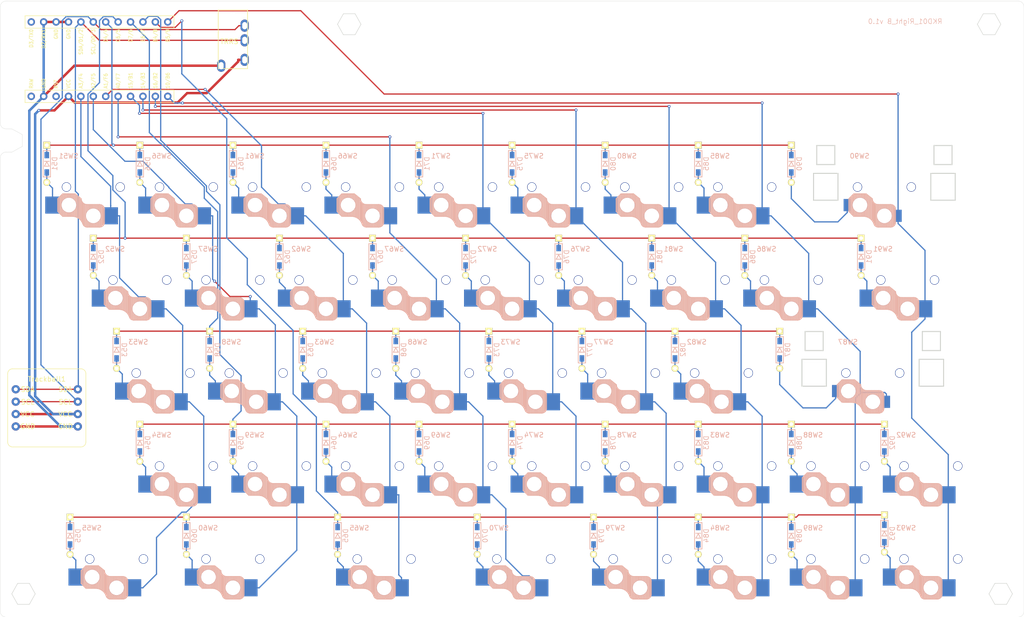
<source format=kicad_pcb>
(kicad_pcb (version 20240108) (generator "pcbnew") (generator_version "8.0")
  (layers (0 "F.Cu" signal) (31 "B.Cu" signal) (34 "B.Paste" user) (35 "F.Paste" user) (36 "B.SilkS" user "B.Silkscreen") (37 "F.SilkS" user "F.Silkscreen") (38 "B.Mask" user) (39 "F.Mask" user) (44 "Edge.Cuts" user))
  (net 0 "")
  (net 1 "Net-(D79-A)")
  (net 2 "Row0")
  (net 3 "Net-(D80-A)")
  (net 4 "Row2")
  (net 5 "Row3")
  (net 6 "Net-(D81-A)")
  (net 7 "Net-(D82-A)")
  (net 8 "Row4")
  (net 9 "Net-(D83-A)")
  (net 10 "Net-(D84-A)")
  (net 11 "Row1")
  (net 12 "Net-(D85-A)")
  (net 13 "Net-(D86-A)")
  (net 14 "Net-(D87-A)")
  (net 15 "Net-(D88-A)")
  (net 16 "Net-(D89-A)")
  (net 17 "Net-(D90-A)")
  (net 18 "Net-(D91-A)")
  (net 19 "Net-(D92-A)")
  (net 20 "Net-(D93-A)")
  (net 21 "Net-(D51-A)")
  (net 22 "Net-(D52-A)")
  (net 23 "Net-(D53-A)")
  (net 24 "Net-(D54-A)")
  (net 25 "Net-(D55-A)")
  (net 26 "Net-(D56-A)")
  (net 27 "Net-(D57-A)")
  (net 28 "Net-(D58-A)")
  (net 29 "Net-(D59-A)")
  (net 30 "Net-(D60-A)")
  (net 31 "Net-(D61-A)")
  (net 32 "Net-(D62-A)")
  (net 33 "Net-(D63-A)")
  (net 34 "Net-(D64-A)")
  (net 35 "Net-(D65-A)")
  (net 36 "Net-(D66-A)")
  (net 37 "Net-(D67-A)")
  (net 38 "Net-(D68-A)")
  (net 39 "Net-(D69-A)")
  (net 40 "Net-(D70-A)")
  (net 41 "Net-(D71-A)")
  (net 42 "Net-(D72-A)")
  (net 43 "Net-(D73-A)")
  (net 44 "Net-(D74-A)")
  (net 45 "Net-(D75-A)")
  (net 46 "Net-(D76-A)")
  (net 47 "SCL")
  (net 48 "VCC")
  (net 49 "GND")
  (net 50 "SDA")
  (net 51 "Col0")
  (net 52 "Col1")
  (net 53 "Col2")
  (net 54 "Col3")
  (net 55 "Col4")
  (net 56 "Col5")
  (net 57 "Col6")
  (net 58 "Col7")
  (net 59 "Col8")
  (net 63 "Net-(D77-A)")
  (net 64 "Net-(D78-A)")
  (footprint "kbd_SW:Choc_Hotswap_2u_Stab" (layer "F.Cu") (at 202.4063 57.15)
    (property "Reference" "SW90")
    (property "Value" "SW_Push" (hide yes))
    (fp_line (start -14.5 -2.8) (end -9.5 -2.8) (stroke (width 0.2)) (layer "Edge.Cuts"))
    (fp_line (start -14.5 2.7) (end -14.5 -2.8) (stroke (width 0.2)) (layer "Edge.Cuts"))
    (fp_line (start -13.85 -8.5) (end -10.15 -8.5) (stroke (width 0.2)) (layer "Edge.Cuts"))
    (fp_line (start -13.85 -4.6) (end -13.85 -8.5) (stroke (width 0.2)) (layer "Edge.Cuts"))
    (fp_line (start -10.15 -8.5) (end -10.15 -4.6) (stroke (width 0.2)) (layer "Edge.Cuts"))
    (fp_line (start -10.15 -4.6) (end -13.85 -4.6) (stroke (width 0.2)) (layer "Edge.Cuts"))
    (fp_line (start -9.5 -2.8) (end -9.5 2.7) (stroke (width 0.2)) (layer "Edge.Cuts"))
    (fp_line (start -9.5 2.7) (end -14.5 2.7) (stroke (width 0.2)) (layer "Edge.Cuts"))
    (fp_line (start 9.5 -2.8) (end 9.5 2.7) (stroke (width 0.2)) (layer "Edge.Cuts"))
    (fp_line (start 9.5 2.7) (end 14.5 2.7) (stroke (width 0.2)) (layer "Edge.Cuts"))
    (fp_line (start 10.15 -8.5) (end 10.15 -4.6) (stroke (width 0.2)) (layer "Edge.Cuts"))
    (fp_line (start 10.15 -4.6) (end 13.85 -4.6) (stroke (width 0.2)) (layer "Edge.Cuts"))
    (fp_line (start 13.85 -8.5) (end 10.15 -8.5) (stroke (width 0.2)) (layer "Edge.Cuts"))
    (fp_line (start 13.85 -8.5) (end 13.85 -4.6) (stroke (width 0.2)) (layer "Edge.Cuts"))
    (fp_line (start 14.5 -2.8) (end 9.5 -2.8) (stroke (width 0.2)) (layer "Edge.Cuts"))
    (fp_line (start 14.5 2.7) (end 14.5 -2.8) (stroke (width 0.2)) (layer "Edge.Cuts"))
  )
  (footprint "kbd_SW:Choc_Hotswap_1u" (layer "F.Cu") (at 97.6313 57.15)
    (property "Reference" "SW66")
    (property "Value" "SW_Push" (hide yes))
  )
  (footprint "kbd_SW:Choc_Hotswap_1u" (layer "F.Cu") (at 192.8813 133.35)
    (property "Reference" "SW89")
    (property "Value" "SW_Push" (hide yes))
  )
  (footprint "kbd_SW:Choc_Hotswap_1u" (layer "F.Cu") (at 207.1688 76.2)
    (property "Reference" "SW91")
    (property "Value" "SW_Push" (hide yes))
  )
  (footprint "kbd_Parts:Diode_TH_SMD" (layer "F.Cu") (at 164.3063 128.5875 -90)
    (property "Reference" "D84")
    (property "Value" "D" (hide yes))
  )
  (footprint "kbd_Parts:Diode_TH_SMD" (layer "F.Cu") (at 78.5813 71.4375 -90)
    (property "Reference" "D62")
    (property "Value" "D" (hide yes))
  )
  (footprint "kbd_Hole:m2_Spacer_Hole_hex" (layer "F.Cu") (at 223.8375 23.8125)
    (property "Reference" "M2")
    (property "Value" "Mark")
    (fp_line (start -2.4 0) (end -1.2 2.15) (stroke (width 0.1)) (layer "Edge.Cuts"))
    (fp_line (start -1.2 -2.15) (end -2.4 0) (stroke (width 0.1)) (layer "Edge.Cuts"))
    (fp_line (start -1.2 2.15) (end 1.2 2.15) (stroke (width 0.1)) (layer "Edge.Cuts"))
    (fp_line (start 1.2 -2.15) (end -1.2 -2.15) (stroke (width 0.1)) (layer "Edge.Cuts"))
    (fp_line (start 1.2 2.15) (end 2.4 0) (stroke (width 0.1)) (layer "Edge.Cuts"))
    (fp_line (start 2.4 0) (end 1.2 -2.15) (stroke (width 0.1)) (layer "Edge.Cuts"))
  )
  (footprint "kbd_Parts:Diode_TH_SMD" (layer "F.Cu") (at 126.2063 52.3875 -90)
    (property "Reference" "D75")
    (property "Value" "D" (hide yes))
  )
  (footprint "kbd_SW:Choc_Hotswap_1u" (layer "F.Cu") (at 173.8313 57.15)
    (property "Reference" "SW85")
    (property "Value" "SW_Push" (hide yes))
  )
  (footprint "kbd_Parts:Diode_TH_SMD" (layer "F.Cu") (at 116.6813 71.4375 -90)
    (property "Reference" "D72")
    (property "Value" "D" (hide yes))
  )
  (footprint "kbd_Parts:Diode_TH_SMD" (layer "F.Cu") (at 121.4438 90.4875 -90)
    (property "Reference" "D73")
    (property "Value" "D" (hide yes))
  )
  (footprint "kbd_SW:Choc_Hotswap_1u" (layer "F.Cu") (at 59.5313 57.15)
    (property "Reference" "SW56")
    (property "Value" "SW_Push" (hide yes))
  )
  (footprint "kbd_Parts:Diode_TH_SMD" (layer "F.Cu") (at 202.4063 109.5375 -90)
    (property "Reference" "D92")
    (property "Value" "D" (hide yes))
  )
  (footprint "kbd_SW:Choc_Hotswap_1u" (layer "F.Cu") (at 211.9313 114.3)
    (property "Reference" "SW92")
    (property "Value" "SW_Push" (hide yes))
  )
  (footprint "kbd_Parts:Diode_TH_SMD" (layer "F.Cu") (at 102.3938 90.4875 -90)
    (property "Reference" "D68")
    (property "Value" "D" (hide yes))
  )
  (footprint "kbd_SW:Choc_Hotswap_1u" (layer "F.Cu") (at 45.2438 133.35)
    (property "Reference" "SW55")
    (property "Value" "SW_Push" (hide yes))
  )
  (footprint "kbd_Parts:Diode_TH_SMD" (layer "F.Cu") (at 180.9751 90.4875 -90)
    (property "Reference" "D87")
    (property "Value" "D" (hide yes))
  )
  (footprint "kbd_SW:Choc_Hotswap_1u" (layer "F.Cu") (at 130.9688 95.25)
    (property "Reference" "SW73")
    (property "Value" "SW_Push" (hide yes))
  )
  (footprint "kbd_SW:Choc_Hotswap_1u" (layer "F.Cu") (at 50.0063 76.2)
    (property "Reference" "SW52")
    (property "Value" "SW_Push" (hide yes))
  )
  (footprint "kbd_SW:Choc_Hotswap_1u" (layer "F.Cu") (at 100.0126 133.35)
    (property "Reference" "SW65")
    (property "Value" "SW_Push" (hide yes))
  )
  (footprint "kbd_Parts:Diode_TH_SMD" (layer "F.Cu") (at 83.3438 90.4875 -90)
    (property "Reference" "D63")
    (property "Value" "D" (hide yes))
  )
  (footprint "kbd_SW:Choc_Hotswap_1u" (layer "F.Cu") (at 69.0563 76.2)
    (property "Reference" "SW57")
    (property "Value" "SW_Push" (hide yes))
  )
  (footprint "kbd_Parts:Diode_TH_SMD" (layer "F.Cu") (at 40.4813 71.4375 -90)
    (property "Reference" "D52")
    (property "Value" "D" (hide yes))
  )
  (footprint "kbd_SW:Choc_Hotswap_1u" (layer "F.Cu") (at 126.2063 76.2)
    (property "Reference" "SW72")
    (property "Value" "SW_Push" (hide yes))
  )
  (footprint "kbd_SW:Choc_Hotswap_1u" (layer "F.Cu") (at 78.5813 57.15)
    (property "Reference" "SW61")
    (property "Value" "SW_Push" (hide yes))
  )
  (footprint "kbd_SW:Choc_Hotswap_1u" (layer "F.Cu") (at 111.9188 95.25)
    (property "Reference" "SW68")
    (property "Value" "SW_Push" (hide yes))
  )
  (footprint "kbd_Parts:Diode_TH_SMD" (layer "F.Cu") (at 173.8313 71.4375 -90)
    (property "Reference" "D86")
    (property "Value" "D" (hide yes))
  )
  (footprint "kbd_Parts:Diode_TH_SMD" (layer "F.Cu") (at 50.0063 52.3875 -90)
    (property "Reference" "D56")
    (property "Value" "D" (hide yes))
  )
  (footprint "kbd_SW:Choc_Hotswap_1u" (layer "F.Cu") (at 116.6813 114.3)
    (property "Reference" "SW69")
    (property "Value" "SW_Push" (hide yes))
  )
  (footprint "kbd_SW:Choc_Hotswap_1u" (layer "F.Cu") (at 164.3063 76.2)
    (property "Reference" "SW81")
    (property "Value" "SW_Push" (hide yes))
  )
  (footprint "kbd_SW:Choc_Hotswap_1u" (layer "F.Cu") (at 54.7688 95.25)
    (property "Reference" "SW53")
    (property "Value" "SW_Push" (hide yes))
  )
  (footprint "kbd_Parts:Diode_TH_SMD" (layer "F.Cu") (at 107.1563 52.3875 -90)
    (property "Reference" "D71")
    (property "Value" "D" (hide yes))
  )
  (footprint "kbd_SW:Choc_Hotswap_1u" (layer "F.Cu") (at 150.0188 95.25)
    (property "Reference" "SW77")
    (property "Value" "SW_Push" (hide yes))
  )
  (footprint "kbd_SW:Choc_Hotswap_1u" (layer "F.Cu") (at 173.8313 114.3)
    (property "Reference" "SW83")
    (property "Value" "SW_Push" (hide yes))
  )
  (footprint "kbd_SW:Choc_Hotswap_1u" (layer "F.Cu") (at 135.7313 57.15)
    (property "Reference" "SW75")
    (property "Value" "SW_Push" (hide yes))
  )
  (footprint "kbd_Parts:Diode_TH_SMD" (layer "F.Cu") (at 90.4876 128.5875 -90)
    (property "Reference" "D65")
    (property "Value" "D" (hide yes))
  )
  (footprint "kbd_SW:Choc_Hotswap_1u" (layer "F.Cu") (at 59.5313 114.3)
    (property "Reference" "SW54")
    (property "Value" "SW_Push" (hide yes))
  )
  (footprint "kbd_SW:Choc_Hotswap_1u" (layer "F.Cu") (at 73.8188 95.25)
    (property "Reference" "SW58")
    (property "Value" "SW_Push" (hide yes))
  )
  (footprint "kbd_SW:Choc_Hotswap_1u" (layer "F.Cu") (at 211.9313 133.35)
    (property "Reference" "SW93")
    (property "Value" "SW_Push" (hide yes))
  )
  (footprint "kbd_Parts:Diode_TH_SMD" (layer "F.Cu") (at 64.2938 90.4875 -90)
    (property "Reference" "D58")
    (property "Value" "D" (hide yes))
  )
  (footprint "kbd_Parts:Diode_TH_SMD" (layer "F.Cu") (at 107.1563 109.5375 -90)
    (property "Reference" "D69")
    (property "Value" "D" (hide yes))
  )
  (footprint "kbd_Parts:Diode_TH_SMD" (layer "F.Cu") (at 30.9563 52.3875 -90)
    (property "Reference" "D51")
    (property "Value" "D" (hide yes))
  )
  (footprint "kbd_Parts:Diode_TH_SMD" (layer "F.Cu") (at 69.0563 52.3875 -90)
    (property "Reference" "D61")
    (property "Value" "D" (hide yes))
  )
  (footprint "kbd_Parts:Diode_TH_SMD" (layer "F.Cu") (at 154.7813 71.4375 -90)
    (property "Reference" "D81")
    (property "Value" "D" (hide yes))
  )
  (footprint "kbd_Parts:Diode_TH_SMD" (layer "F.Cu") (at 164.3063 109.5375 -90)
    (property "Reference" "D83")
    (property "Value" "D" (hide yes))
  )
  (footprint "kbd_SW:Choc_Hotswap_2u_Stab" (layer "F.Cu") (at 200.0251 95.25)
    (property "Reference" "SW87")
    (property "Value" "SW_Push" (hide yes))
    (fp_line (start -14.5 -2.8) (end -9.5 -2.8) (stroke (width 0.2)) (layer "Edge.Cuts"))
    (fp_line (start -14.5 2.7) (end -14.5 -2.8) (stroke (width 0.2)) (layer "Edge.Cuts"))
    (fp_line (start -13.85 -8.5) (end -10.15 -8.5) (stroke (width 0.2)) (layer "Edge.Cuts"))
    (fp_line (start -13.85 -4.6) (end -13.85 -8.5) (stroke (width 0.2)) (layer "Edge.Cuts"))
    (fp_line (start -10.15 -8.5) (end -10.15 -4.6) (stroke (width 0.2)) (layer "Edge.Cuts"))
    (fp_line (start -10.15 -4.6) (end -13.85 -4.6) (stroke (width 0.2)) (layer "Edge.Cuts"))
    (fp_line (start -9.5 -2.8) (end -9.5 2.7) (stroke (width 0.2)) (layer "Edge.Cuts"))
    (fp_line (start -9.5 2.7) (end -14.5 2.7) (stroke (width 0.2)) (layer "Edge.Cuts"))
    (fp_line (start 9.5 -2.8) (end 9.5 2.7) (stroke (width 0.2)) (layer "Edge.Cuts"))
    (fp_line (start 9.5 2.7) (end 14.5 2.7) (stroke (width 0.2)) (layer "Edge.Cuts"))
    (fp_line (start 10.15 -8.5) (end 10.15 -4.6) (stroke (width 0.2)) (layer "Edge.Cuts"))
    (fp_line (start 10.15 -4.6) (end 13.85 -4.6) (stroke (width 0.2)) (layer "Edge.Cuts"))
    (fp_line (start 13.85 -8.5) (end 10.15 -8.5) (stroke (width 0.2)) (layer "Edge.Cuts"))
    (fp_line (start 13.85 -8.5) (end 13.85 -4.6) (stroke (width 0.2)) (layer "Edge.Cuts"))
    (fp_line (start 14.5 -2.8) (end 9.5 -2.8) (stroke (width 0.2)) (layer "Edge.Cuts"))
    (fp_line (start 14.5 2.7) (end 14.5 -2.8) (stroke (width 0.2)) (layer "Edge.Cuts"))
  )
  (footprint "kbd_SW:Choc_Hotswap_1u" (layer "F.Cu") (at 92.8688 95.25)
    (property "Reference" "SW63")
    (property "Value" "SW_Push" (hide yes))
  )
  (footprint "kbd_Parts:Diode_TH_SMD" (layer "F.Cu") (at 135.7313 71.4375 -90)
    (property "Reference" "D76")
    (property "Value" "D" (hide yes))
  )
  (footprint "kbd_SW:Choc_Hotswap_1u" (layer "F.Cu") (at 154.7813 57.15)
    (property "Reference" "SW80")
    (property "Value" "SW_Push" (hide yes))
  )
  (footprint "kbd_SW:Choc_Hotswap_1u" (layer "F.Cu") (at 183.3563 76.2)
    (property "Reference" "SW86")
    (property "Value" "SW_Push" (hide yes))
  )
  (footprint "kbd_SW:Choc_Hotswap_1u" (layer "F.Cu") (at 107.1563 76.2)
    (property "Reference" "SW67")
    (property "Value" "SW_Push" (hide yes))
  )
  (footprint "kbd_Parts:Diode_TH_SMD" (layer "F.Cu") (at 97.6313 71.4375 -90)
    (property "Reference" "D67")
    (property "Value" "D" (hide yes))
  )
  (footprint "kbd_Parts:Diode_TH_SMD" (layer "F.Cu") (at 119.0626 128.5875 -90)
    (property "Reference" "D70")
    (property "Value" "D" (hide yes))
  )
  (footprint "kbd_Parts:Diode_TH_SMD" (layer "F.Cu") (at 197.6438 71.4375 -90)
    (property "Reference" "D91")
    (property "Value" "D" (hide yes))
  )
  (footprint "kbd_SW:Choc_Hotswap_1u" (layer "F.Cu") (at 145.2563 76.2)
    (property "Reference" "SW76")
    (property "Value" "SW_Push" (hide yes))
  )
  (footprint "kbd_Parts:Diode_TH_SMD" (layer "F.Cu") (at 59.5313 71.4375 -90)
    (property "Reference" "D57")
    (property "Value" "D" (hide yes))
  )
  (footprint "kbd_SW:Choc_Hotswap_1u" (layer "F.Cu") (at 40.4813 57.15)
    (property "Reference" "SW51")
    (property "Value" "SW_Push" (hide yes))
  )
  (footprint "kbd_SW:Choc_Hotswap_1u" (layer "F.Cu") (at 169.0688 95.25)
    (property "Reference" "SW82")
    (property "Value" "SW_Push" (hide yes))
  )
  (footprint "kbd_SW:Choc_Hotswap_1u" (layer "F.Cu") (at 78.5813 114.3)
    (property "Reference" "SW59")
    (property "Value" "SW_Push" (hide yes))
  )
  (footprint "kbd_Parts:Diode_TH_SMD" (layer "F.Cu") (at 140.4938 90.4875 -90)
    (property "Reference" "D77")
    (property "Value" "D" (hide yes))
  )
  (footprint "kbd_SW:Choc_Hotswap_1u" (layer "F.Cu") (at 116.6813 57.15)
    (property "Reference" "SW71")
    (property "Value" "SW_Push" (hide yes))
  )
  (footprint "kbd_SW:Choc_Hotswap_1u" (layer "F.Cu") (at 154.7813 114.3)
    (property "Reference" "SW78")
    (property "Value" "SW_Push" (hide yes))
  )
  (footprint "kbd_SW:Choc_Hotswap_1u" (layer "F.Cu") (at 135.7313 114.3)
    (property "Reference" "SW74")
    (property "Value" "SW_Push" (hide yes))
  )
  (footprint "kbd_Hole:m2_Screw_Hole" (layer "F.Cu") (at 83.34375 26.19375)
    (property "Reference" "M5")
    (property "Value" "Mark")
  )
  (footprint "kbd_SW:Choc_Hotswap_1u" (layer "F.Cu") (at 152.4001 133.35)
    (property "Reference" "SW79")
    (property "Value" "SW_Push" (hide yes))
  )
  (footprint "kbd_Hole:m2_Spacer_Hole_hex" (layer "F.Cu") (at 226.21875 140.4937)
    (property "Reference" "M4")
    (property "Value" "Mark")
    (fp_line (start -2.4 0) (end -1.2 2.15) (stroke (width 0.1)) (layer "Edge.Cuts"))
    (fp_line (start -1.2 -2.15) (end -2.4 0) (stroke (width 0.1)) (layer "Edge.Cuts"))
    (fp_line (start -1.2 2.15) (end 1.2 2.15) (stroke (width 0.1)) (layer "Edge.Cuts"))
    (fp_line (start 1.2 -2.15) (end -1.2 -2.15) (stroke (width 0.1)) (layer "Edge.Cuts"))
    (fp_line (start 1.2 2.15) (end 2.4 0) (stroke (width 0.1)) (layer "Edge.Cuts"))
    (fp_line (start 2.4 0) (end 1.2 -2.15) (stroke (width 0.1)) (layer "Edge.Cuts"))
  )
  (footprint "kbd_SW:Choc_Hotswap_1u" (layer "F.Cu") (at 173.8313 133.35)
    (property "Reference" "SW84")
    (property "Value" "SW_Push" (hide yes))
  )
  (footprint "kbd_Parts:Diode_TH_SMD" (layer "F.Cu") (at 183.3563 109.5375 -90)
    (property "Reference" "D88")
    (property "Value" "D" (hide yes))
  )
  (footprint "kicad:AZ1UBALL" (layer "F.Cu") (at 30.95625 102.39375)
    (property "Reference" "Trackball1")
    (property "Value" "az1uball")
  )
  (footprint "kbd_SW:Choc_Hotswap_1u" (layer "F.Cu") (at 88.1063 76.2)
    (property "Reference" "SW62")
    (property "Value" "SW_Push" (hide yes))
  )
  (footprint "kbd_SW:Choc_Hotswap_1u" (layer "F.Cu") (at 69.0563 133.35)
    (property "Reference" "SW60")
    (property "Value" "SW_Push" (hide yes))
  )
  (footprint "kbd_SW:Choc_Hotswap_1u" (layer "F.Cu") (at 192.8813 114.3)
    (property "Reference" "SW88")
    (property "Value" "SW_Push" (hide yes))
  )
  (footprint "kbd_Parts:Diode_TH_SMD" (layer "F.Cu") (at 88.1063 109.5375 -90)
    (property "Reference" "D64")
    (property "Value" "D" (hide yes))
  )
  (footprint "kbd_Parts:Diode_TH_SMD" (layer "F.Cu") (at 159.5438 90.4875 -90)
    (property "Reference" "D82")
    (property "Value" "D" (hide yes))
  )
  (footprint "kbd_Parts:Diode_TH_SMD" (layer "F.Cu") (at 69.0563 109.5375 -90)
    (property "Reference" "D59")
    (property "Value" "D" (hide yes))
  )
  (footprint "BrownSugar_KBD:TRRS_PJ-320A" (layer "F.Cu") (at 69.0563 20.8987)
    (property "Reference" "J2")
    (property "Value" "TRRS" (hide yes))
  )
  (footprint "kbd_Parts:Diode_TH_SMD" (layer "F.Cu") (at 183.3563 52.3875 -90)
    (property "Reference" "D90")
    (property "Value" "D" (hide yes))
  )
  (footprint "kbd_Parts:Diode_TH_SMD" (layer "F.Cu") (at 50.0063 109.5375 -90)
    (property "Reference" "D54")
    (property "Value" "D" (hide yes))
  )
  (footprint "kbd_SW:Choc_Hotswap_1u" (layer "F.Cu") (at 97.6313 114.3)
    (property "Reference" "SW64")
    (property "Value" "SW_Push" (hide yes))
  )
  (footprint "kbd_Parts:Diode_TH_SMD" (layer "F.Cu") (at 183.3563 128.5875 -90)
    (property "Reference" "D89")
    (property "Value" "D" (hide yes))
  )
  (footprint "kbd_Parts:Diode_TH_SMD" (layer "F.Cu") (at 145.2563 52.3875 -90)
    (property "Reference" "D80")
    (property "Value" "D" (hide yes))
  )
  (footprint "kbd_Parts:Diode_TH_SMD" (layer "F.Cu") (at 88.1063 52.3875 -90)
    (property "Reference" "D66")
    (property "Value" "D" (hide yes))
  )
  (footprint "kbd_Parts:Diode_TH_SMD" (layer "F.Cu") (at 45.2438 90.4875 -90)
    (property "Reference" "D53")
    (property "Value" "D" (hide yes))
  )
  (footprint "kbd_Parts:Diode_TH_SMD" (layer "F.Cu") (at 164.3063 52.3875 -90)
    (property "Reference" "D85")
    (property "Value" "D" (hide yes))
  )
  (footprint "kbd_Parts:Diode_TH_SMD" (layer "F.Cu") (at 59.5313 128.5875 -90)
    (property "Reference" "D60")
    (property "Value" "D" (hide yes))
  )
  (footprint "kbd_Parts:Diode_TH_SMD" (layer "F.Cu") (at 35.7188 128.5875 -90)
    (property "Reference" "D55")
    (property "Value" "D" (hide yes))
  )
  (footprint "kbd_Parts:Diode_TH_SMD" (layer "F.Cu") (at 142.8751 128.5875 -90)
    (property "Reference" "D79")
    (property "Value" "D" (hide yes))
  )
  (footprint "kbd_Hole:m2_Screw_Hole" (layer "F.Cu") (at 83.34375 35.71875)
    (property "Reference" "M6")
    (property "Value" "Mark")
  )
  (footprint "kbd_Hole:m2_Spacer_Hole_hex" (layer "F.Cu") (at 92.86875 23.8125)
    (property "Reference" "M1")
    (property "Value" "Mark")
    (fp_line (start -2.4 0) (end -1.2 2.15) (stroke (width 0.1)) (layer "Edge.Cuts"))
    (fp_line (start -1.2 -2.15) (end -2.4 0) (stroke (width 0.1)) (layer "Edge.Cuts"))
    (fp_line (start -1.2 2.15) (end 1.2 2.15) (stroke (width 0.1)) (layer "Edge.Cuts"))
    (fp_line (start 1.2 -2.15) (end -1.2 -2.15) (stroke (width 0.1)) (layer "Edge.Cuts"))
    (fp_line (start 1.2 2.15) (end 2.4 0) (stroke (width 0.1)) (layer "Edge.Cuts"))
    (fp_line (start 2.4 0) (end 1.2 -2.15) (stroke (width 0.1)) (layer "Edge.Cuts"))
  )
  (footprint "kbd_Hole:m2_Spacer_Hole_hex" (layer "F.Cu") (at 26.1938 140.4937)
    (property "Reference" "M3")
    (property "Value" "Mark")
    (fp_line (start -2.4 0) (end -1.2 2.15) (stroke (width 0.1)) (layer "Edge.Cuts"))
    (fp_line (start -1.2 -2.15) (end -2.4 0) (stroke (width 0.1)) (layer "Edge.Cuts"))
    (fp_line (start -1.2 2.15) (end 1.2 2.15) (stroke (width 0.1)) (layer "Edge.Cuts"))
    (fp_line (start 1.2 -2.15) (end -1.2 -2.15) (stroke (width 0.1)) (layer "Edge.Cuts"))
    (fp_line (start 1.2 2.15) (end 2.4 0) (stroke (width 0.1)) (layer "Edge.Cuts"))
    (fp_line (start 2.4 0) (end 1.2 -2.15) (stroke (width 0.1)) (layer "Edge.Cuts"))
  )
  (footprint "kbd_Parts:Diode_TH_SMD" (layer "F.Cu") (at 202.4063 128.1245 -90)
    (property "Reference" "D93")
    (property "Value" "D" (hide yes))
  )
  (footprint "kbd_SW:Choc_Hotswap_1u" (layer "F.Cu") (at 128.5876 133.35)
    (property "Reference" "SW70")
    (property "Value" "SW_Push" (hide yes))
  )
  (footprint "kbd_Parts:Diode_TH_SMD" (layer "F.Cu") (at 145.2563 109.5375 -90)
    (property "Reference" "D78")
    (property "Value" "D" (hide yes))
  )
  (footprint "kbd_Parts:Diode_TH_SMD" (layer "F.Cu") (at 126.2063 109.5375 -90)
    (property "Reference" "D74")
    (property "Value" "D" (hide yes))
  )
  (footprint "BrownSugar_KBD:ProMicro_r" (layer "F.Cu") (at 40.4813 30.9562 90)
    (property "Reference" "U2" (hide yes))
    (property "Value" "ProMicro" (hide yes))
  )
  (gr_line (start 229.790625 145.25625) (end 22.621875 145.25625) (stroke (width 0.05)) (layer "Edge.Cuts"))
  (gr_line (start 22.621875 45.24375) (end 23.8125 45.24375) (stroke (width 0.05)) (layer "Edge.Cuts"))
  (gr_line (start 25.9625 46.425) (end 25.9625 48.825) (stroke (width 0.05)) (layer "Edge.Cuts"))
  (gr_line (start 23.8125 45.24375) (end 25.9625 46.425) (stroke (width 0.05)) (layer "Edge.Cuts"))
  (gr_line (start 21.43125 144.065625) (end 21.43125 51.196875) (stroke (width 0.05)) (layer "Edge.Cuts"))
  (gr_line (start 230.98125 20.240625) (end 230.98125 144.065625) (stroke (width 0.05)) (layer "Edge.Cuts"))
  (gr_arc (start 229.790625 19.05) (mid 230.632524 19.398726) (end 230.98125 20.240625) (stroke (width 0.05)) (layer "Edge.Cuts"))
  (gr_line (start 229.790625 19.05) (end 22.621875 19.05005) (stroke (width 0.05)) (layer "Edge.Cuts"))
  (gr_line (start 21.4312 20.240625) (end 21.43125 44.053125) (stroke (width 0.05)) (layer "Edge.Cuts"))
  (gr_arc (start 21.4313 20.240625) (mid 21.780011 19.398761) (end 22.621875 19.05005) (stroke (width 0.05)) (layer "Edge.Cuts"))
  (gr_line (start 25.9625 48.825) (end 23.8125 50.00625) (stroke (width 0.05)) (layer "Edge.Cuts"))
  (gr_arc (start 230.98125 144.065625) (mid 230.632524 144.907524) (end 229.790625 145.25625) (stroke (width 0.05)) (layer "Edge.Cuts"))
  (gr_line (start 23.8125 50.00625) (end 22.621875 50.00625) (stroke (width 0.05)) (layer "Edge.Cuts"))
  (gr_arc (start 22.621875 45.24375) (mid 21.779976 44.895024) (end 21.43125 44.053125) (stroke (width 0.05)) (layer "Edge.Cuts"))
  (gr_arc (start 22.621875 145.25625) (mid 21.779976 144.907524) (end 21.43125 144.065625) (stroke (width 0.05)) (layer "Edge.Cuts"))
  (gr_arc (start 21.43125 51.196875) (mid 21.779976 50.354976) (end 22.621875 50.00625) (stroke (width 0.05)) (layer "Edge.Cuts"))
  (gr_text "RKD01_Right_B v1.0" (at 214.3125 23.8125 0) (layer "B.SilkS") (effects (font (size 1 1) (thickness 0.1)) (justify left bottom mirror)))
  (segment (start 142.8751 130.3625) (end 142.8751 132.3975) (width 0.25) (layer "B.Cu") (net 1))
  (segment (start 142.8751 133.7983) (end 144.0501 134.9733) (width 0.25) (layer "B.Cu") (net 1))
  (segment (start 144.0501 137.05) (end 144.0501 134.9733) (width 0.25) (layer "B.Cu") (net 1))
  (segment (start 142.8751 132.3975) (end 142.8751 133.7983) (width 0.25) (layer "B.Cu") (net 1))
  (segment (start 164.3063 48.5775) (end 145.2563 48.5775) (width 0.25) (layer "F.Cu") (net 2))
  (segment (start 44.5938 48.5775) (end 50.0063 48.5775) (width 0.25) (layer "F.Cu") (net 2))
  (segment (start 145.2563 48.5775) (end 126.2063 48.5775) (width 0.25) (layer "F.Cu") (net 2))
  (segment (start 88.1063 48.5775) (end 69.0563 48.5775) (width 0.25) (layer "F.Cu") (net 2))
  (segment (start 69.0563 48.5775) (end 50.0063 48.5775) (width 0.25) (layer "F.Cu") (net 2))
  (segment (start 88.1063 48.5775) (end 107.1563 48.5775) (width 0.25) (layer "F.Cu") (net 2))
  (segment (start 30.9563 48.5775) (end 44.5938 48.5775) (width 0.25) (layer "F.Cu") (net 2))
  (segment (start 164.3063 48.5775) (end 183.3563 48.5775) (width 0.25) (layer "F.Cu") (net 2))
  (segment (start 107.1563 48.5775) (end 126.2063 48.5775) (width 0.25) (layer "F.Cu") (net 2))
  (via (at 44.5938 48.5775) (size 0.6) (drill 0.3) (layers "F.Cu" "B.Cu") (net 2))
  (segment (start 44.2913 48.275) (end 44.2913 24.6062) (width 0.25) (layer "B.Cu") (net 2))
  (segment (start 44.2913 24.6062) (end 43.0213 23.3362) (width 0.25) (layer "B.Cu") (net 2))
  (segment (start 69.0563 48.5775) (end 69.0563 50.6125) (width 0.25) (layer "B.Cu") (net 2))
  (segment (start 107.1563 48.5775) (end 107.1563 50.6125) (width 0.25) (layer "B.Cu") (net 2))
  (segment (start 50.0063 48.5775) (end 50.0063 50.6125) (width 0.25) (layer "B.Cu") (net 2))
  (segment (start 145.2563 48.5775) (end 145.2563 50.6125) (width 0.25) (layer "B.Cu") (net 2))
  (segment (start 30.9563 48.5775) (end 30.9563 50.6125) (width 0.25) (layer "B.Cu") (net 2))
  (segment (start 164.3063 48.5775) (end 164.3063 50.6125) (width 0.25) (layer "B.Cu") (net 2))
  (segment (start 44.5938 48.5775) (end 44.2913 48.275) (width 0.25) (layer "B.Cu") (net 2))
  (segment (start 183.3563 48.5775) (end 183.3563 50.6125) (width 0.25) (layer "B.Cu") (net 2))
  (segment (start 88.1063 48.5775) (end 88.1063 50.6125) (width 0.25) (layer "B.Cu") (net 2))
  (segment (start 126.2063 48.5775) (end 126.2063 50.6125) (width 0.25) (layer "B.Cu") (net 2))
  (segment (start 145.2563 54.1625) (end 145.2563 56.1975) (width 0.25) (layer "B.Cu") (net 3))
  (segment (start 145.2563 57.5983) (end 146.4313 58.7733) (width 0.25) (layer "B.Cu") (net 3))
  (segment (start 145.2563 56.1975) (end 145.2563 57.5983) (width 0.25) (layer "B.Cu") (net 3))
  (segment (start 146.4313 60.85) (end 146.4313 58.7733) (width 0.25) (layer "B.Cu") (net 3))
  (segment (start 140.4938 86.6775) (end 121.4438 86.6775) (width 0.25) (layer "F.Cu") (net 4))
  (segment (start 83.3438 86.6775) (end 102.3938 86.6775) (width 0.25) (layer "F.Cu") (net 4))
  (segment (start 45.2438 86.6775) (end 64.2938 86.6775) (width 0.25) (layer "F.Cu") (net 4))
  (segment (start 180.9751 86.6775) (end 159.5438 86.6775) (width 0.25) (layer "F.Cu") (net 4))
  (segment (start 64.2938 86.6775) (end 83.3438 86.6775) (width 0.25) (layer "F.Cu") (net 4))
  (segment (start 102.3938 86.6775) (end 121.4438 86.6775) (width 0.25) (layer "F.Cu") (net 4))
  (segment (start 159.5438 86.6775) (end 140.4938 86.6775) (width 0.25) (layer "F.Cu") (net 4))
  (segment (start 54.27 48.1921) (end 63.2006 57.1227) (width 0.25) (layer "B.Cu") (net 4))
  (segment (start 83.3438 86.6775) (end 83.3438 88.7125) (width 0.25) (layer "B.Cu") (net 4))
  (segment (start 54.1575 48.1921) (end 54.27 48.1921) (width 0.25) (layer "B.Cu") (net 4))
  (segment (start 102.3938 86.6775) (end 102.3938 88.7125) (width 0.25) (layer "B.Cu") (net 4))
  (segment (start 51.955 45.9896) (end 54.1575 48.1921) (width 0.25) (layer "B.Cu") (net 4))
  (segment (start 140.4938 86.6775) (end 140.4938 88.7125) (width 0.25) (layer "B.Cu") (net 4))
  (segment (start 64.2938 86.6775) (end 64.2938 85.6523) (width 0.25) (layer "B.Cu") (net 4))
  (segment (start 159.5438 86.6775) (end 159.5438 88.7125) (width 0.25) (layer "B.Cu") (net 4))
  (segment (start 180.9751 86.6775) (end 180.9751 88.7125) (width 0.25) (layer "B.Cu") (net 4))
  (segment (start 51.955 27.1899) (end 51.955 45.9896) (width 0.25) (layer "B.Cu") (net 4))
  (segment (start 64.2938 86.6775) (end 64.2938 88.7125) (width 0.25) (layer "B.Cu") (net 4))
  (segment (start 121.4438 86.6775) (end 121.4438 88.7125) (width 0.25) (layer "B.Cu") (net 4))
  (segment (start 63.2006 59.4572) (end 65.9345 62.1911) (width 0.25) (layer "B.Cu") (net 4))
  (segment (start 63.2006 57.1227) (end 63.2006 59.4572) (width 0.25) (layer "B.Cu") (net 4))
  (segment (start 45.2438 86.6775) (end 45.2438 88.7125) (width 0.25) (layer "B.Cu") (net 4))
  (segment (start 65.9345 84.0116) (end 64.2938 85.6523) (width 0.25) (layer "B.Cu") (net 4))
  (segment (start 65.9345 62.1911) (end 65.9345 84.0116) (width 0.25) (layer "B.Cu") (net 4))
  (segment (start 48.1013 23.3362) (end 51.955 27.1899) (width 0.25) (layer "B.Cu") (net 4))
  (segment (start 126.2063 105.7275) (end 107.1563 105.7275) (width 0.25) (layer "F.Cu") (net 5))
  (segment (start 183.3563 105.7275) (end 202.4063 105.7275) (width 0.25) (layer "F.Cu") (net 5))
  (segment (start 50.0063 105.7275) (end 69.0563 105.7275) (width 0.25) (layer "F.Cu") (net 5))
  (segment (start 69.0563 105.7275) (end 88.1063 105.7275) (width 0.25) (layer "F.Cu") (net 5))
  (segment (start 164.3063 105.7275) (end 183.3563 105.7275) (width 0.25) (layer "F.Cu") (net 5))
  (segment (start 145.2563 105.7275) (end 126.2063 105.7275) (width 0.25) (layer "F.Cu") (net 5))
  (segment (start 88.1063 105.7275) (end 107.1563 105.7275) (width 0.25) (layer "F.Cu") (net 5))
  (segment (start 164.3063 105.7275) (end 145.2563 105.7275) (width 0.25) (layer "F.Cu") (net 5))
  (segment (start 70.7275 95.8005) (end 66.3891 91.4621) (width 0.25) (layer "B.Cu") (net 5))
  (segment (start 63.6523 56.9356) (end 54.2716 47.5549) (width 0.25) (layer "B.Cu") (net 5))
  (segment (start 202.4063 105.7275) (end 202.4063 107.7625) (width 0.25) (layer "B.Cu") (net 5))
  (segment (start 53.5821 22.1643) (end 51.8132 22.1643) (width 0.25) (layer "B.Cu") (net 5))
  (segment (start 54.2716 47.5549) (end 54.2715 47.5549) (width 0.25) (layer "B.Cu") (net 5))
  (segment (start 183.3563 105.7275) (end 183.3563 107.7625) (width 0.25) (layer "B.Cu") (net 5))
  (segment (start 63.6523 58.0395) (end 63.6523 56.9356) (width 0.25) (layer "B.Cu") (net 5))
  (segment (start 69.0563 105.7275) (end 69.0563 107.7625) (width 0.25) (layer "B.Cu") (net 5))
  (segment (start 66.3891 60.7763) (end 63.6523 58.0395) (width 0.25) (layer "B.Cu") (net 5))
  (segment (start 107.1563 105.7275) (end 107.1563 107.7625) (width 0.25) (layer "B.Cu") (net 5))
  (segment (start 51.8132 22.1643) (end 50.6413 23.3362) (width 0.25) (layer "B.Cu") (net 5))
  (segment (start 69.0563 104.7023) (end 70.7275 103.0311) (width 0.25) (layer "B.Cu") (net 5))
  (segment (start 69.0563 105.7275) (end 69.0563 104.7023) (width 0.25) (layer "B.Cu") (net 5))
  (segment (start 66.3891 91.4621) (end 66.3891 60.7763) (width 0.25) (layer "B.Cu") (net 5))
  (segment (start 54.2715 47.5549) (end 54.2715 22.8537) (width 0.25) (layer "B.Cu") (net 5))
  (segment (start 54.2715 22.8537) (end 53.5821 22.1643) (width 0.25) (layer "B.Cu") (net 5))
  (segment (start 164.3063 105.7275) (end 164.3063 107.7625) (width 0.25) (layer "B.Cu") (net 5))
  (segment (start 50.0063 105.7275) (end 50.0063 107.7625) (width 0.25) (layer "B.Cu") (net 5))
  (segment (start 88.1063 105.7275) (end 88.1063 107.7625) (width 0.25) (layer "B.Cu") (net 5))
  (segment (start 126.2063 105.7275) (end 126.2063 107.7625) (width 0.25) (layer "B.Cu") (net 5))
  (segment (start 70.7275 103.0311) (end 70.7275 95.8005) (width 0.25) (layer "B.Cu") (net 5))
  (segment (start 145.2563 105.7275) (end 145.2563 107.7625) (width 0.25) (layer "B.Cu") (net 5))
  (segment (start 154.7813 73.2125) (end 154.7813 75.2475) (width 0.25) (layer "B.Cu") (net 6))
  (segment (start 155.9563 76.4225) (end 155.9563 79.9) (width 0.25) (layer "B.Cu") (net 6))
  (segment (start 154.7813 75.2475) (end 155.9563 76.4225) (width 0.25) (layer "B.Cu") (net 6))
  (segment (start 159.5438 92.2625) (end 159.5438 94.2975) (width 0.25) (layer "B.Cu") (net 7))
  (segment (start 160.7188 95.4725) (end 160.7188 98.95) (width 0.25) (layer "B.Cu") (net 7))
  (segment (start 159.5438 94.2975) (end 160.7188 95.4725) (width 0.25) (layer "B.Cu") (net 7))
  (segment (start 183.3563 124.7775) (end 164.3063 124.7775) (width 0.25) (layer "F.Cu") (net 8))
  (segment (start 119.0626 124.7775) (end 142.8751 124.7775) (width 0.25) (layer "F.Cu") (net 8))
  (segment (start 202.4063 124.3145) (end 184.8445 124.3145) (width 0.25) (layer "F.Cu") (net 8))
  (segment (start 58.5947 23.1061) (end 57.2521 24.4487) (width 0.25) (layer "F.Cu") (net 8))
  (segment (start 54.2938 24.4487) (end 53.1813 23.3362) (width 0.25) (layer "F.Cu") (net 8))
  (segment (start 59.5313 124.7775) (end 90.4876 124.7775) (width 0.25) (layer "F.Cu") (net 8))
  (segment (start 183.8689 124.7775) (end 183.3563 124.7775) (width 0.25) (layer "F.Cu") (net 8))
  (segment (start 184.8445 124.3145) (end 184.3815 124.7775) (width 0.25) (layer "F.Cu") (net 8))
  (segment (start 57.2521 24.4487) (end 54.2938 24.4487) (width 0.25) (layer "F.Cu") (net 8))
  (segment (start 183.8689 124.7775) (end 184.3815 124.7775) (width 0.25) (layer "F.Cu") (net 8))
  (segment (start 90.4876 124.7775) (end 119.0626 124.7775) (width 0.25) (layer "F.Cu") (net 8))
  (segment (start 142.8751 124.7775) (end 164.3063 124.7775) (width 0.25) (layer "F.Cu") (net 8))
  (segment (start 35.7188 124.7775) (end 59.5313 124.7775) (width 0.25) (layer "F.Cu") (net 8))
  (via (at 58.5947 23.1061) (size 0.6) (drill 0.3) (layers "F.Cu" "B.Cu") (net 8))
  (segment (start 86.1439 119.4086) (end 86.1439 104.2872) (width 0.25) (layer "B.Cu") (net 8))
  (segment (start 90.4876 124.7775) (end 90.4876 123.7523) (width 0.25) (layer "B.Cu") (net 8))
  (segment (start 183.3563 124.7775) (end 183.3563 126.8125) (width 0.25) (layer "B.Cu") (net 8))
  (segment (start 72 77.1613) (end 72 71.7938) (width 0.25) (layer "B.Cu") (net 8))
  (segment (start 81.3814 99.5247) (end 81.3814 86.5427) (width 0.25) (layer "B.Cu") (net 8))
  (segment (start 67.7934 43.1612) (end 58.5947 33.9625) (width 0.25) (layer "B.Cu") (net 8))
  (segment (start 202.4063 124.3145) (end 202.4063 126.3495) (width 0.25) (layer "B.Cu") (net 8))
  (segment (start 59.5313 124.7775) (end 59.5313 126.8125) (width 0.25) (layer "B.Cu") (net 8))
  (segment (start 58.5947 33.9625) (end 58.5947 23.1061) (width 0.25) (layer "B.Cu") (net 8))
  (segment (start 72 71.7938) (end 67.7934 67.5872) (width 0.25) (layer "B.Cu") (net 8))
  (segment (start 119.0626 124.7775) (end 119.0626 126.8125) (width 0.25) (layer "B.Cu") (net 8))
  (segment (start 67.7934 67.5872) (end 67.7934 43.1612) (width 0.25) (layer "B.Cu") (net 8))
  (segment (start 164.3063 124.7775) (end 164.3063 126.8125) (width 0.25) (layer "B.Cu") (net 8))
  (segment (start 90.4876 124.7775) (end 90.4876 126.8125) (width 0.25) (layer "B.Cu") (net 8))
  (segment (start 142.8751 124.7775) (end 142.8751 126.8125) (width 0.25) (layer "B.Cu") (net 8))
  (segment (start 86.1439 104.2872) (end 81.3814 99.5247) (width 0.25) (layer "B.Cu") (net 8))
  (segment (start 90.4876 123.7523) (end 86.1439 119.4086) (width 0.25) (layer "B.Cu") (net 8))
  (segment (start 81.3814 86.5427) (end 72 77.1613) (width 0.25) (layer "B.Cu") (net 8))
  (segment (start 35.7188 124.7775) (end 35.7188 126.8125) (width 0.25) (layer "B.Cu") (net 8))
  (segment (start 165.4813 114.5225) (end 165.4813 118) (width 0.25) (layer "B.Cu") (net 9))
  (segment (start 164.3063 113.3475) (end 165.4813 114.5225) (width 0.25) (layer "B.Cu") (net 9))
  (segment (start 164.3063 111.3125) (end 164.3063 113.3475) (width 0.25) (layer "B.Cu") (net 9))
  (segment (start 164.3063 130.3625) (end 164.3063 132.3975) (width 0.25) (layer "B.Cu") (net 10))
  (segment (start 164.3063 133.7983) (end 165.4813 134.9733) (width 0.25) (layer "B.Cu") (net 10))
  (segment (start 165.4813 137.05) (end 165.4813 134.9733) (width 0.25) (layer "B.Cu") (net 10))
  (segment (start 164.3063 132.3975) (end 164.3063 133.7983) (width 0.25) (layer "B.Cu") (net 10))
  (segment (start 59.5313 67.6275) (end 78.5813 67.6275) (width 0.25) (layer "F.Cu") (net 11))
  (segment (start 154.7813 67.6275) (end 135.7313 67.6275) (width 0.25) (layer "F.Cu") (net 11))
  (segment (start 116.6813 67.6275) (end 97.6313 67.6275) (width 0.25) (layer "F.Cu") (net 11))
  (segment (start 46.9884 67.6275) (end 59.5313 67.6275) (width 0.25) (layer "F.Cu") (net 11))
  (segment (start 40.4813 67.6275) (end 46.9884 67.6275) (width 0.25) (layer "F.Cu") (net 11))
  (segment (start 154.7813 67.6275) (end 173.8313 67.6275) (width 0.25) (layer "F.Cu") (net 11))
  (segment (start 135.7313 67.6275) (end 116.6813 67.6275) (width 0.25) (layer "F.Cu") (net 11))
  (segment (start 97.6313 67.6275) (end 78.5813 67.6275) (width 0.25) (layer "F.Cu") (net 11))
  (segment (start 197.6438 67.6275) (end 173.8313 67.6275) (width 0.25) (layer "F.Cu") (net 11))
  (via (at 46.9884 67.6275) (size 0.6) (drill 0.3) (layers "F.Cu" "B.Cu") (net 11))
  (segment (start 44.4815 57.7502) (end 46.9884 60.2571) (width 0.25) (layer "B.Cu") (net 11))
  (segment (start 44.4815 54.8086) (end 44.4815 57.7502) (width 0.25) (layer "B.Cu") (net 11))
  (segment (start 197.6438 67.6275) (end 197.6438 69.6625) (width 0.25) (layer "B.Cu") (net 11))
  (segment (start 44.4579 22.2328) (end 42.5574 22.2328) (width 0.25) (layer "B.Cu") (net 11))
  (segment (start 154.7813 67.6275) (end 154.7813 69.6625) (width 0.25) (layer "B.Cu") (net 11))
  (segment (start 97.6313 67.6275) (end 97.6313 69.6625) (width 0.25) (layer "B.Cu") (net 11))
  (segment (start 39.3926 38.1252) (end 39.3926 49.7197) (width 0.25) (layer "B.Cu") (net 11))
  (segment (start 45.5613 23.3362) (end 44.4579 22.2328) (width 0.25) (layer "B.Cu") (net 11))
  (segment (start 59.5313 67.6275) (end 59.5313 69.6625) (width 0.25) (layer "B.Cu") (net 11))
  (segment (start 116.6813 67.6275) (end 116.6813 69.6625) (width 0.25) (layer "B.Cu") (net 11))
  (segment (start 39.3926 49.7197) (end 44.4815 54.8086) (width 0.25) (layer "B.Cu") (net 11))
  (segment (start 173.8313 67.6275) (end 173.8313 69.6625) (width 0.25) (layer "B.Cu") (net 11))
  (segment (start 78.5813 67.6275) (end 78.5813 69.6625) (width 0.25) (layer "B.Cu") (net 11))
  (segment (start 41.7513 23.0389) (end 41.7513 35.7665) (width 0.25) (layer "B.Cu") (net 11))
  (segment (start 42.5574 22.2328) (end 41.7513 23.0389) (width 0.25) (layer "B.Cu") (net 11))
  (segment (start 46.9884 60.2571) (end 46.9884 67.6275) (width 0.25) (layer "B.Cu") (net 11))
  (segment (start 41.7513 35.7665) (end 39.3926 38.1252) (width 0.25) (layer "B.Cu") (net 11))
  (segment (start 135.7313 67.6275) (end 135.7313 69.6625) (width 0.25) (layer "B.Cu") (net 11))
  (segment (start 40.4813 67.6275) (end 40.4813 68.6858) (width 0.25) (layer "B.Cu") (net 11))
  (segment (start 40.4813 69.6625) (end 40.4813 68.6858) (width 0.25) (layer "B.Cu") (net 11))
  (segment (start 164.3063 54.1625) (end 164.3063 56.1975) (width 0.25) (layer "B.Cu") (net 12))
  (segment (start 164.3063 56.1975) (end 165.4813 57.3725) (width 0.25) (layer "B.Cu") (net 12))
  (segment (start 165.4813 57.3725) (end 165.4813 60.85) (width 0.25) (layer "B.Cu") (net 12))
  (segment (start 173.8313 75.2475) (end 175.0063 76.4225) (width 0.25) (layer "B.Cu") (net 13))
  (segment (start 173.8313 73.2125) (end 173.8313 75.2475) (width 0.25) (layer "B.Cu") (net 13))
  (segment (start 175.0063 76.4225) (end 175.0063 79.9) (width 0.25) (layer "B.Cu") (net 13))
  (segment (start 180.9751 92.2625) (end 180.9751 94.2975) (width 0.25) (layer "B.Cu") (net 14))
  (segment (start 192.4251 100.46865) (end 192.4251 98.95) (width 0.25) (layer "B.Cu") (net 14))
  (segment (start 190.5 102.39375) (end 192.4251 100.46865) (width 0.25) (layer "B.Cu") (net 14))
  (segment (start 185.7375 102.39375) (end 190.5 102.39375) (width 0.25) (layer "B.Cu") (net 14))
  (segment (start 180.9751 94.2975) (end 180.9751 97.63135) (width 0.25) (layer "B.Cu") (net 14))
  (segment (start 180.9751 97.63135) (end 185.7375 102.39375) (width 0.25) (layer "B.Cu") (net 14))
  (segment (start 183.3563 111.3125) (end 183.3563 113.3475) (width 0.25) (layer "B.Cu") (net 15))
  (segment (start 183.3563 113.3475) (end 183.3563 114.7483) (width 0.25) (layer "B.Cu") (net 15))
  (segment (start 183.3563 114.7483) (end 184.5313 115.9233) (width 0.25) (layer "B.Cu") (net 15))
  (segment (start 184.5313 118) (end 184.5313 115.9233) (width 0.25) (layer "B.Cu") (net 15))
  (segment (start 183.3563 130.3625) (end 183.3563 132.3975) (width 0.25) (layer "B.Cu") (net 16))
  (segment (start 184.5313 133.5725) (end 184.5313 137.05) (width 0.25) (layer "B.Cu") (net 16))
  (segment (start 183.3563 132.3975) (end 184.5313 133.5725) (width 0.25) (layer "B.Cu") (net 16))
  (segment (start 194.8063 62.3687) (end 192.88125 64.29375) (width 0.25) (layer "B.Cu") (net 17))
  (segment (start 183.3563 59.5313) (end 183.3563 56.1975) (width 0.25) (layer "B.Cu") (net 17))
  (segment (start 188.11875 64.29375) (end 183.3563 59.5313) (width 0.25) (layer "B.Cu") (net 17))
  (segment (start 194.8063 60.85) (end 194.8063 62.3687) (width 0.25) (layer "B.Cu") (net 17))
  (segment (start 183.3563 54.1625) (end 183.3563 56.1975) (width 0.25) (layer "B.Cu") (net 17))
  (segment (start 192.88125 64.29375) (end 188.11875 64.29375) (width 0.25) (layer "B.Cu") (net 17))
  (segment (start 197.6438 75.2475) (end 198.8188 76.4225) (width 0.25) (layer "B.Cu") (net 18))
  (segment (start 198.8188 76.4225) (end 198.8188 79.9) (width 0.25) (layer "B.Cu") (net 18))
  (segment (start 197.6438 73.2125) (end 197.6438 75.2475) (width 0.25) (layer "B.Cu") (net 18))
  (segment (start 202.4063 111.3125) (end 202.4063 113.3475) (width 0.25) (layer "B.Cu") (net 19))
  (segment (start 203.5813 114.5225) (end 203.5813 118) (width 0.25) (layer "B.Cu") (net 19))
  (segment (start 202.4063 113.3475) (end 203.5813 114.5225) (width 0.25) (layer "B.Cu") (net 19))
  (segment (start 203.5813 133.1095) (end 203.5813 137.05) (width 0.25) (layer "B.Cu") (net 20))
  (segment (start 202.4063 129.8995) (end 202.4063 131.9345) (width 0.25) (layer "B.Cu") (net 20))
  (segment (start 202.4063 131.9345) (end 203.5813 133.1095) (width 0.25) (layer "B.Cu") (net 20))
  (segment (start 30.9563 56.1975) (end 32.1313 57.3725) (width 0.25) (layer "B.Cu") (net 21))
  (segment (start 32.1313 57.3725) (end 32.1313 60.85) (width 0.25) (layer "B.Cu") (net 21))
  (segment (start 30.9563 54.1625) (end 30.9563 56.1975) (width 0.25) (layer "B.Cu") (net 21))
  (segment (start 40.4813 75.2475) (end 41.6563 76.4225) (width 0.25) (layer "B.Cu") (net 22))
  (segment (start 41.6563 76.4225) (end 41.6563 79.9) (width 0.25) (layer "B.Cu") (net 22))
  (segment (start 40.4813 73.2125) (end 40.4813 75.2475) (width 0.25) (layer "B.Cu") (net 22))
  (segment (start 45.2438 94.2975) (end 46.4188 95.4725) (width 0.25) (layer "B.Cu") (net 23))
  (segment (start 46.4188 95.4725) (end 46.4188 98.95) (width 0.25) (layer "B.Cu") (net 23))
  (segment (start 45.2438 92.2625) (end 45.2438 94.2975) (width 0.25) (layer "B.Cu") (net 23))
  (segment (start 50.0063 111.3125) (end 50.0063 113.3475) (width 0.25) (layer "B.Cu") (net 24))
  (segment (start 51.1813 114.5225) (end 51.1813 118) (width 0.25) (layer "B.Cu") (net 24))
  (segment (start 50.0063 113.3475) (end 51.1813 114.5225) (width 0.25) (layer "B.Cu") (net 24))
  (segment (start 35.7188 132.3975) (end 36.8938 133.5725) (width 0.25) (layer "B.Cu") (net 25))
  (segment (start 36.8938 133.5725) (end 36.8938 137.05) (width 0.25) (layer "B.Cu") (net 25))
  (segment (start 35.7188 130.3625) (end 35.7188 132.3975) (width 0.25) (layer "B.Cu") (net 25))
  (segment (start 50.0063 56.1975) (end 51.1813 57.3725) (width 0.25) (layer "B.Cu") (net 26))
  (segment (start 50.0063 54.1625) (end 50.0063 56.1975) (width 0.25) (layer "B.Cu") (net 26))
  (segment (start 51.1813 57.3725) (end 51.1813 60.85) (width 0.25) (layer "B.Cu") (net 26))
  (segment (start 60.7063 76.4225) (end 60.7063 79.9) (width 0.25) (layer "B.Cu") (net 27))
  (segment (start 59.5313 73.2125) (end 59.5313 75.2475) (width 0.25) (layer "B.Cu") (net 27))
  (segment (start 59.5313 75.2475) (end 60.7063 76.4225) (width 0.25) (layer "B.Cu") (net 27))
  (segment (start 64.2938 92.2625) (end 64.2938 94.2975) (width 0.25) (layer "B.Cu") (net 28))
  (segment (start 64.2938 95.6983) (end 65.4688 96.8733) (width 0.25) (layer "B.Cu") (net 28))
  (segment (start 65.4688 98.95) (end 65.4688 96.8733) (width 0.25) (layer "B.Cu") (net 28))
  (segment (start 64.2938 94.2975) (end 64.2938 95.6983) (width 0.25) (layer "B.Cu") (net 28))
  (segment (start 69.0563 111.3125) (end 69.0563 113.3475) (width 0.25) (layer "B.Cu") (net 29))
  (segment (start 69.0563 114.7483) (end 70.2313 115.9233) (width 0.25) (layer "B.Cu") (net 29))
  (segment (start 70.2313 118) (end 70.2313 115.9233) (width 0.25) (layer "B.Cu") (net 29))
  (segment (start 69.0563 113.3475) (end 69.0563 114.7483) (width 0.25) (layer "B.Cu") (net 29))
  (segment (start 60.7063 133.5725) (end 60.7063 137.05) (width 0.25) (layer "B.Cu") (net 30))
  (segment (start 59.5313 132.3975) (end 60.7063 133.5725) (width 0.25) (layer "B.Cu") (net 30))
  (segment (start 59.5313 130.3625) (end 59.5313 132.3975) (width 0.25) (layer "B.Cu") (net 30))
  (segment (start 69.0563 56.1975) (end 70.2313 57.3725) (width 0.25) (layer "B.Cu") (net 31))
  (segment (start 70.2313 57.3725) (end 70.2313 60.85) (width 0.25) (layer "B.Cu") (net 31))
  (segment (start 69.0563 54.1625) (end 69.0563 56.1975) (width 0.25) (layer "B.Cu") (net 31))
  (segment (start 79.7563 79.9) (end 79.7563 77.8233) (width 0.25) (layer "B.Cu") (net 32))
  (segment (start 78.5813 76.6483) (end 79.7563 77.8233) (width 0.25) (layer "B.Cu") (net 32))
  (segment (start 78.5813 73.2125) (end 78.5813 75.2475) (width 0.25) (layer "B.Cu") (net 32))
  (segment (start 78.5813 75.2475) (end 78.5813 76.6483) (width 0.25) (layer "B.Cu") (net 32))
  (segment (start 84.5188 98.95) (end 84.5188 96.8733) (width 0.25) (layer "B.Cu") (net 33))
  (segment (start 83.3438 92.2625) (end 83.3438 94.2975) (width 0.25) (layer "B.Cu") (net 33))
  (segment (start 83.3438 95.6983) (end 84.5188 96.8733) (width 0.25) (layer "B.Cu") (net 33))
  (segment (start 83.3438 94.2975) (end 83.3438 95.6983) (width 0.25) (layer "B.Cu") (net 33))
  (segment (start 88.1063 113.3475) (end 89.2813 114.5225) (width 0.25) (layer "B.Cu") (net 34))
  (segment (start 88.1063 111.3125) (end 88.1063 113.3475) (width 0.25) (layer "B.Cu") (net 34))
  (segment (start 89.2813 114.5225) (end 89.2813 118) (width 0.25) (layer "B.Cu") (net 34))
  (segment (start 91.6626 137.05) (end 91.6626 134.9733) (width 0.25) (layer "B.Cu") (net 35))
  (segment (start 90.4876 130.3625) (end 90.4876 132.3975) (width 0.25) (layer "B.Cu") (net 35))
  (segment (start 90.4876 133.7983) (end 91.6626 134.9733) (width 0.25) (layer "B.Cu") (net 35))
  (segment (start 90.4876 132.3975) (end 90.4876 133.7983) (width 0.25) (layer "B.Cu") (net 35))
  (segment (start 88.1063 57.5983) (end 89.2813 58.7733) (width 0.25) (layer "B.Cu") (net 36))
  (segment (start 89.2813 60.85) (end 89.2813 58.7733) (width 0.25) (layer "B.Cu") (net 36))
  (segment (start 88.1063 56.1975) (end 88.1063 57.5983) (width 0.25) (layer "B.Cu") (net 36))
  (segment (start 88.1063 54.1625) (end 88.1063 56.1975) (width 0.25) (layer "B.Cu") (net 36))
  (segment (start 97.6313 75.2475) (end 98.8063 76.4225) (width 0.25) (layer "B.Cu") (net 37))
  (segment (start 97.6313 73.2125) (end 97.6313 75.2475) (width 0.25) (layer "B.Cu") (net 37))
  (segment (start 98.8063 76.4225) (end 98.8063 79.9) (width 0.25) (layer "B.Cu") (net 37))
  (segment (start 103.5688 98.95) (end 103.5688 96.8733) (width 0.25) (layer "B.Cu") (net 38))
  (segment (start 102.3938 95.6983) (end 103.5688 96.8733) (width 0.25) (layer "B.Cu") (net 38))
  (segment (start 102.3938 94.2975) (end 102.3938 95.6983) (width 0.25) (layer "B.Cu") (net 38))
  (segment (start 102.3938 92.2625) (end 102.3938 94.2975) (width 0.25) (layer "B.Cu") (net 38))
  (segment (start 107.1563 113.3475) (end 108.3313 114.5225) (width 0.25) (layer "B.Cu") (net 39))
  (segment (start 108.3313 114.5225) (end 108.3313 118) (width 0.25) (layer "B.Cu") (net 39))
  (segment (start 107.1563 111.3125) (end 107.1563 113.3475) (width 0.25) (layer "B.Cu") (net 39))
  (segment (start 119.0626 130.3625) (end 119.0626 132.3975) (width 0.25) (layer "B.Cu") (net 40))
  (segment (start 119.0626 133.7983) (end 120.2376 134.9733) (width 0.25) (layer "B.Cu") (net 40))
  (segment (start 120.2376 137.05) (end 120.2376 134.9733) (width 0.25) (layer "B.Cu") (net 40))
  (segment (start 119.0626 132.3975) (end 119.0626 133.7983) (width 0.25) (layer "B.Cu") (net 40))
  (segment (start 108.3313 60.85) (end 108.3313 58.7733) (width 0.25) (layer "B.Cu") (net 41))
  (segment (start 107.1563 56.1975) (end 107.1563 57.5983) (width 0.25) (layer "B.Cu") (net 41))
  (segment (start 107.1563 54.1625) (end 107.1563 56.1975) (width 0.25) (layer "B.Cu") (net 41))
  (segment (start 107.1563 57.5983) (end 108.3313 58.7733) (width 0.25) (layer "B.Cu") (net 41))
  (segment (start 116.6813 75.2475) (end 117.8563 76.4225) (width 0.25) (layer "B.Cu") (net 42))
  (segment (start 117.8563 76.4225) (end 117.8563 79.9) (width 0.25) (layer "B.Cu") (net 42))
  (segment (start 116.6813 73.2125) (end 116.6813 75.2475) (width 0.25) (layer "B.Cu") (net 42))
  (segment (start 121.4438 95.6983) (end 122.6188 96.8733) (width 0.25) (layer "B.Cu") (net 43))
  (segment (start 121.4438 92.2625) (end 121.4438 94.2975) (width 0.25) (layer "B.Cu") (net 43))
  (segment (start 121.4438 94.2975) (end 121.4438 95.6983) (width 0.25) (layer "B.Cu") (net 43))
  (segment (start 122.6188 98.95) (end 122.6188 96.8733) (width 0.25) (layer "B.Cu") (net 43))
  (segment (start 126.2063 111.3125) (end 126.2063 113.3475) (width 0.25) (layer "B.Cu") (net 44))
  (segment (start 127.3813 118) (end 127.3813 115.9233) (width 0.25) (layer "B.Cu") (net 44))
  (segment (start 126.2063 114.7483) (end 127.3813 115.9233) (width 0.25) (layer "B.Cu") (net 44))
  (segment (start 126.2063 113.3475) (end 126.2063 114.7483) (width 0.25) (layer "B.Cu") (net 44))
  (segment (start 127.3813 57.3725) (end 127.3813 60.85) (width 0.25) (layer "B.Cu") (net 45))
  (segment (start 126.2063 56.1975) (end 127.3813 57.3725) (width 0.25) (layer "B.Cu") (net 45))
  (segment (start 126.2063 54.1625) (end 126.2063 56.1975) (width 0.25) (layer "B.Cu") (net 45))
  (segment (start 135.7313 75.2475) (end 136.9063 76.4225) (width 0.25) (layer "B.Cu") (net 46))
  (segment (start 136.9063 76.4225) (end 136.9063 79.9) (width 0.25) (layer "B.Cu") (net 46))
  (segment (start 135.7313 73.2125) (end 135.7313 75.2475) (width 0.25) (layer "B.Cu") (net 46))
  (segment (start 24.60625 101.12375) (end 37.30625 101.12375) (width 0.25) (layer "F.Cu") (net 47))
  (segment (start 42.0455 24.9004) (end 69.4779 24.9004) (width 0.25) (layer "F.Cu") (net 47))
  (segment (start 71.4563 24.0987) (end 70.2796 24.0987) (width 0.25) (layer "F.Cu") (net 47))
  (segment (start 40.4813 23.3362) (end 42.0455 24.9004) (width 0.25) (layer "F.Cu") (net 47))
  (segment (start 69.4779 24.9004) (end 70.2796 24.0987) (width 0.25) (layer "F.Cu") (net 47))
  (segment (start 34.1313 23.0266) (end 34.9112 22.2467) (width 0.25) (layer "B.Cu") (net 47))
  (segment (start 34.1313 38.8955) (end 34.1313 23.0266) (width 0.25) (layer "B.Cu") (net 47))
  (segment (start 34.9112 22.2467) (end 39.3918 22.2467) (width 0.25) (layer "B.Cu") (net 47))
  (segment (start 29.765625 43.261175) (end 34.1313 38.8955) (width 0.25) (layer "B.Cu") (net 47))
  (segment (start 37.30625 101.12375) (end 29.765625 93.583125) (width 0.25) (layer "B.Cu") (net 47))
  (segment (start 29.765625 93.583125) (end 29.765625 43.261175) (width 0.25) (layer "B.Cu") (net 47))
  (segment (start 39.3918 22.2467) (end 40.4813 23.3362) (width 0.25) (layer "B.Cu") (net 47))
  (segment (start 59.6977 37.9037) (end 63.6825 37.9037) (width 0.5) (layer "F.Cu") (net 48))
  (segment (start 70.1546 31.4316) (end 70.1546 31.0987) (width 0.5) (layer "F.Cu") (net 48))
  (segment (start 35.4013 38.5762) (end 32.5236 41.4539) (width 0.5) (layer "F.Cu") (net 48))
  (segment (start 63.6825 37.9037) (end 70.1546 31.4316) (width 0.5) (layer "F.Cu") (net 48))
  (segment (start 57.7515 39.8499) (end 59.6977 37.9037) (width 0.5) (layer "F.Cu") (net 48))
  (segment (start 35.4013 38.5762) (end 36.675 39.8499) (width 0.5) (layer "F.Cu") (net 48))
  (segment (start 37.30625 103.66375) (end 24.60625 103.66375) (width 0.5) (layer "F.Cu") (net 48))
  (segment (start 71.4563 31.0987) (end 70.1546 31.0987) (width 0.5) (layer "F.Cu") (net 48))
  (segment (start 36.675 39.8499) (end 57.7515 39.8499) (width 0.5) (layer "F.Cu") (net 48))
  (segment (start 32.5236 41.4539) (end 29.3234 41.4539) (width 0.5) (layer "F.Cu") (net 48))
  (via (at 29.3234 41.4539) (size 0.6) (drill 0.3) (layers "F.Cu" "B.Cu") (net 48))
  (segment (start 37.30625 103.66375) (end 32.22625 103.66375) (width 0.5) (layer "B.Cu") (net 48))
  (segment (start 28.575 100.0125) (end 28.575 42.2023) (width 0.5) (layer "B.Cu") (net 48))
  (segment (start 28.575 42.2023) (end 29.3234 41.4539) (width 0.5) (layer "B.Cu") (net 48))
  (segment (start 32.22625 103.66375) (end 28.575 100.0125) (width 0.5) (layer "B.Cu") (net 48))
  (segment (start 66.6563 32.2987) (end 36.5988 32.2987) (width 0.5) (layer "F.Cu") (net 49))
  (segment (start 37.30625 106.20375) (end 24.60625 106.20375) (width 0.5) (layer "F.Cu") (net 49))
  (segment (start 35.4013 23.3362) (end 32.8613 23.3362) (width 0.5) (layer "F.Cu") (net 49))
  (segment (start 36.5988 32.2987) (end 30.3213 38.5762) (width 0.5) (layer "F.Cu") (net 49))
  (segment (start 32.8613 23.3362) (end 30.3213 23.3362) (width 0.5) (layer "F.Cu") (net 49))
  (segment (start 27.384375 99.811825) (end 27.384375 41.513125) (width 0.5) (layer "B.Cu") (net 49))
  (segment (start 33.7763 106.20375) (end 27.384375 99.811825) (width 0.5) (layer "B.Cu") (net 49))
  (segment (start 27.384375 41.513125) (end 30.3213 38.5762) (width 0.5) (layer "B.Cu") (net 49))
  (segment (start 37.30625 106.20375) (end 33.7763 106.20375) (width 0.5) (layer "B.Cu") (net 49))
  (segment (start 30.3213 38.5762) (end 30.3213 23.3362) (width 0.5) (layer "B.Cu") (net 49))
  (segment (start 41.7038 27.0987) (end 71.4563 27.0987) (width 0.25) (layer "F.Cu") (net 50))
  (segment (start 24.60625 98.58375) (end 37.30625 98.58375) (width 0.25) (layer "F.Cu") (net 50))
  (segment (start 37.9413 23.3362) (end 41.7038 27.0987) (width 0.25) (layer "F.Cu") (net 50))
  (segment (start 37.4131 98.4769) (end 37.30625 98.58375) (width 0.25) (layer "B.Cu") (net 50))
  (segment (start 36.8153 24.4622) (end 36.8153 58.0026) (width 0.25) (layer "B.Cu") (net 50))
  (segment (start 37.9413 23.3362) (end 36.8153 24.4622) (width 0.25) (layer "B.Cu") (net 50))
  (segment (start 37.4131 58.6004) (end 37.4131 98.4769) (width 0.25) (layer "B.Cu") (net 50))
  (segment (start 36.8153 58.0026) (end 37.4131 58.6004) (width 0.25) (layer "B.Cu") (net 50))
  (segment (start 59.529 123.7523) (end 58.6112 123.7523) (width 0.25) (layer "B.Cu") (net 51))
  (segment (start 51.1012 79.6449) (end 53.5563 82.1) (width 0.25) (layer "B.Cu") (net 51))
  (segment (start 48.7938 139.25) (end 50.6205 139.25) (width 0.25) (layer "B.Cu") (net 51))
  (segment (start 44.0298 57.0019) (end 44.0298 60.9718) (width 0.25) (layer "B.Cu") (net 51))
  (segment (start 45.858 75.7687) (end 49.7342 79.6449) (width 0.25) (layer "B.Cu") (net 51))
  (segment (start 49.7342 79.6449) (end 51.1012 79.6449) (width 0.25) (layer "B.Cu") (net 51))
  (segment (start 45.858 63.05) (end 45.858 75.7687) (width 0.25) (layer "B.Cu") (net 51))
  (segment (start 53.4186 128.9449) (end 53.4186 136.4519) (width 0.25) (layer "B.Cu") (net 51))
  (segment (start 58.7688 101.15) (end 58.7688 85.4858) (width 0.25) (layer "B.Cu") (net 51))
  (segment (start 37.9413 38.5762) (end 37.9413 50.9134) (width 0.25) (layer "B.Cu") (net 51))
  (segment (start 63.0813 104.0858) (end 63.0813 120.2) (width 0.25) (layer "B.Cu") (net 51))
  (segment (start 37.9413 50.9134) (end 44.0298 57.0019) (width 0.25) (layer "B.Cu") (net 51))
  (segment (start 60.1455 101.15) (end 63.0813 104.0858) (width 0.25) (layer "B.Cu") (net 51))
  (segment (start 53.5563 82.1) (end 55.383 82.1) (width 0.25) (layer "B.Cu") (net 51))
  (segment (start 58.6112 123.7523) (end 53.4186 128.9449) (width 0.25) (layer "B.Cu") (net 51))
  (segment (start 63.0813 120.2) (end 59.529 123.7523) (width 0.25) (layer "B.Cu") (net 51))
  (segment (start 44.0298 60.9718) (end 44.0313 60.9733) (width 0.25) (layer "B.Cu") (net 51))
  (segment (start 58.3188 101.15) (end 58.7688 101.15) (width 0.25) (layer "B.Cu") (net 51))
  (segment (start 44.0313 63.05) (end 45.858 63.05) (width 0.25) (layer "B.Cu") (net 51))
  (segment (start 58.7688 101.15) (end 60.1455 101.15) (width 0.25) (layer "B.Cu") (net 51))
  (segment (start 58.7688 85.4858) (end 55.383 82.1) (width 0.25) (layer "B.Cu") (net 51))
  (segment (start 44.0313 63.05) (end 44.0313 60.9733) (width 0.25) (layer "B.Cu") (net 51))
  (segment (start 53.4186 136.4519) (end 50.6205 139.25) (width 0.25) (layer "B.Cu") (net 51))
  (segment (start 68.4441 79.5796) (end 65.295 76.4305) (width 0.25) (layer "F.Cu") (net 52))
  (segment (start 72.6063 79.5796) (end 68.4441 79.5796) (width 0.25) (layer "F.Cu") (net 52))
  (via (at 72.6063 79.5796) (size 0.6) (drill 0.3) (layers "F.Cu" "B.Cu") (net 52))
  (via (at 65.295 76.4305) (size 0.6) (drill 0.3) (layers "F.Cu" "B.Cu") (net 52))
  (segment (start 82.1313 131.5517) (end 82.1313 120.2) (width 0.25) (layer "B.Cu") (net 52))
  (segment (start 63.0813 63.05) (end 64.908 63.05) (width 0.25) (layer "B.Cu") (net 52))
  (segment (start 82.1313 104.0858) (end 79.1955 101.15) (width 0.25) (layer "B.Cu") (net 52))
  (segment (start 55.9426 57.2578) (end 55.9426 57.1736) (width 0.25) (layer "B.Cu") (net 52))
  (segment (start 64.908 63.05) (end 64.908 76.0435) (width 0.25) (layer "B.Cu") (net 52))
  (segment (start 77.7441 100.6119) (end 78.2822 101.15) (width 0.25) (layer "B.Cu") (net 52))
  (segment (start 77.744 100.6119) (end 77.7441 100.6119) (width 0.25) (layer "B.Cu") (net 52))
  (segment (start 77.3688 101.15) (end 78.2822 101.15) (width 0.25) (layer "B.Cu") (net 52))
  (segment (start 72.6063 82.1) (end 72.6063 79.5796) (width 0.25) (layer "B.Cu") (net 52))
  (segment (start 77.744 85.411) (end 77.744 100.6119) (width 0.25) (layer "B.Cu") (net 52))
  (segment (start 74.433 82.1) (end 77.744 85.411) (width 0.25) (layer "B.Cu") (net 52))
  (segment (start 82.1313 120.2) (end 82.1313 104.0858) (width 0.25) (layer "B.Cu") (net 52))
  (segment (start 72.6063 139.25) (end 74.433 139.25) (width 0.25) (layer "B.Cu") (net 52))
  (segment (start 46.9534 51.8748) (end 40.4813 45.4027) (width 0.25) (layer "B.Cu") (net 52))
  (segment (start 78.2822 101.15) (end 79.1955 101.15) (width 0.25) (layer "B.Cu") (net 52))
  (segment (start 60.6405 60.6092) (end 59.294 60.6092) (width 0.25) (layer "B.Cu") (net 52))
  (segment (start 59.294 60.6092) (end 55.9426 57.2578) (width 0.25) (layer "B.Cu") (net 52))
  (segment (start 74.433 139.25) (end 82.1313 131.5517) (width 0.25) (layer "B.Cu") (net 52))
  (segment (start 55.9426 57.1736) (end 50.6438 51.8748) (width 0.25) (layer "B.Cu") (net 52))
  (segment (start 40.4813 45.4027) (end 40.4813 38.5762) (width 0.25) (layer "B.Cu") (net 52))
  (segment (start 72.6063 82.1) (end 74.433 82.1) (width 0.25) (layer "B.Cu") (net 52))
  (segment (start 64.908 76.0435) (end 65.295 76.4305) (width 0.25) (layer "B.Cu") (net 52))
  (segment (start 50.6438 51.8748) (end 46.9534 51.8748) (width 0.25) (layer "B.Cu") (net 52))
  (segment (start 63.0813 63.05) (end 60.6405 60.6092) (width 0.25) (layer "B.Cu") (net 52))
  (segment (start 44.4455 37.152) (end 43.0213 38.5762) (width 0.25) (layer "F.Cu") (net 53))
  (segment (start 63.3711 37.152) (end 44.4455 37.152) (width 0.25) (layer "F.Cu") (net 53))
  (via (at 63.3711 37.152) (size 0.6) (drill 0.3) (layers "F.Cu" "B.Cu") (net 53))
  (segment (start 103.008 136.6187) (end 103.5626 137.1733) (width 0.25) (layer "B.Cu") (net 53))
  (segment (start 82.1313 63.05) (end 79.6905 60.6092) (width 0.25) (layer "B.Cu") (net 53))
  (segment (start 74.9122 48.6931) (end 63.3711 37.152) (width 0.25) (layer "B.Cu") (net 53))
  (segment (start 91.6563 70.7483) (end 91.6563 82.1) (width 0.25) (layer "B.Cu") (net 53))
  (segment (start 74.9122 57.1774) (end 74.9122 48.6931) (width 0.25) (layer "B.Cu") (net 53))
  (segment (start 83.958 63.05) (end 91.6563 70.7483) (width 0.25) (layer "B.Cu") (net 53))
  (segment (start 96.4188 85.0358) (end 96.4188 101.15) (width 0.25) (layer "B.Cu") (net 53))
  (segment (start 83.0447 63.05) (end 83.958 63.05) (width 0.25) (layer "B.Cu") (net 53))
  (segment (start 101.1813 104.0858) (end 101.1813 120.2) (width 0.25) (layer "B.Cu") (net 53))
  (segment (start 79.6905 60.6092) (end 78.344 60.6092) (width 0.25) (layer "B.Cu") (net 53))
  (segment (start 103.5626 139.25) (end 103.5626 137.1733) (width 0.25) (layer "B.Cu") (net 53))
  (segment (start 98.2455 101.15) (end 101.1813 104.0858) (width 0.25) (layer "B.Cu") (net 53))
  (segment (start 93.483 82.1) (end 96.4188 85.0358) (width 0.25) (layer "B.Cu") (net 53))
  (segment (start 78.344 60.6092) (end 74.9122 57.1774) (width 0.25) (layer "B.Cu") (net 53))
  (segment (start 103.008 120.2) (end 103.008 136.6187) (width 0.25) (layer "B.Cu") (net 53))
  (segment (start 83.0447 63.05) (end 82.1313 63.05) (width 0.25) (layer "B.Cu") (net 53))
  (segment (start 91.6563 82.1) (end 93.483 82.1) (width 0.25) (layer "B.Cu") (net 53))
  (segment (start 101.1813 120.2) (end 103.008 120.2) (width 0.25) (layer "B.Cu") (net 53))
  (segment (start 96.4188 101.15) (end 98.2455 101.15) (width 0.25) (layer "B.Cu") (net 53))
  (segment (start 45.5613 46.876) (end 101.1813 46.876) (width 0.25) (layer "F.Cu") (net 54))
  (via (at 101.1813 46.876) (size 0.6) (drill 0.3) (layers "F.Cu" "B.Cu") (net 54))
  (via (at 45.5613 46.876) (size 0.6) (drill 0.3) (layers "F.Cu" "B.Cu") (net 54))
  (segment (start 112.533 82.1) (end 115.4688 85.0358) (width 0.25) (layer "B.Cu") (net 54))
  (segment (start 101.1813 66.5419) (end 101.1813 63.05) (width 0.25) (layer "B.Cu") (net 54))
  (segment (start 110.7063 76.0669) (end 101.1813 66.5419) (width 0.25) (layer "B.Cu") (net 54))
  (segment (start 111.6197 82.1) (end 112.533 82.1) (width 0.25) (layer "B.Cu") (net 54))
  (segment (start 120.2313 120.2) (end 120.2313 104.0858) (width 0.25) (layer "B.Cu") (net 54))
  (segment (start 45.5613 38.5762) (end 45.5613 46.876) (width 0.25) (layer "B.Cu") (net 54))
  (segment (start 115.4688 101.15) (end 117.2955 101.15) (width 0.25) (layer "B.Cu") (net 54))
  (segment (start 132.1376 139.25) (end 129.6968 136.8092) (width 0.25) (layer "B.Cu") (net 54))
  (segment (start 101.1813 63.05) (end 101.1813 46.876) (width 0.25) (layer "B.Cu") (net 54))
  (segment (start 128.3503 136.8092) (end 124.9185 133.3774) (width 0.25) (layer "B.Cu") (net 54))
  (segment (start 110.7063 82.1) (end 111.6197 82.1) (width 0.25) (layer "B.Cu") (net 54))
  (segment (start 115.4688 85.0358) (end 115.4688 101.15) (width 0.25) (layer "B.Cu") (net 54))
  (segment (start 120.2313 120.2) (end 122.058 120.2) (width 0.25) (layer "B.Cu") (net 54))
  (segment (start 129.6968 136.8092) (end 128.3503 136.8092) (width 0.25) (layer "B.Cu") (net 54))
  (segment (start 110.7063 82.1) (end 110.7063 76.0669) (width 0.25) (layer "B.Cu") (net 54))
  (segment (start 124.9185 123.0605) (end 122.058 120.2) (width 0.25) (layer "B.Cu") (net 54))
  (segment (start 124.9185 133.3774) (end 124.9185 123.0605) (width 0.25) (layer "B.Cu") (net 54))
  (segment (start 120.2313 104.0858) (end 117.2955 101.15) (width 0.25) (layer "B.Cu") (net 54))
  (segment (start 49.9374 42.0531) (end 120.2313 42.0531) (width 0.25) (layer "F.Cu") (net 55))
  (via (at 49.9374 42.0531) (size 0.6) (drill 0.3) (layers "F.Cu" "B.Cu") (net 55))
  (via (at 120.2313 42.0531) (size 0.6) (drill 0.3) (layers "F.Cu" "B.Cu") (net 55))
  (segment (start 129.7563 82.1) (end 131.583 82.1) (width 0.25) (layer "B.Cu") (net 55))
  (segment (start 120.2313 63.05) (end 120.2313 42.0531) (width 0.25) (layer "B.Cu") (net 55))
  (segment (start 120.2313 63.05) (end 129.7563 72.575) (width 0.25) (layer "B.Cu") (net 55))
  (segment (start 139.2813 104.0858) (end 136.3455 101.15) (width 0.25) (layer "B.Cu") (net 55))
  (segment (start 129.7563 72.575) (end 129.7563 82.1) (width 0.25) (layer "B.Cu") (net 55))
  (segment (start 134.5188 101.15) (end 136.3455 101.15) (width 0.25) (layer "B.Cu") (net 55))
  (segment (start 49.9374 40.4123) (end 49.9374 42.0531) (width 0.25) (layer "B.Cu") (net 55))
  (segment (start 131.583 82.1) (end 134.5188 85.0358) (width 0.25) (layer "B.Cu") (net 55))
  (segment (start 139.2813 120.2) (end 139.2813 104.0858) (width 0.25) (layer "B.Cu") (net 55))
  (segment (start 134.5188 85.0358) (end 134.5188 101.15) (width 0.25) (layer "B.Cu") (net 55))
  (segment (start 48.1013 38.5762) (end 49.9374 40.4123) (width 0.25) (layer "B.Cu") (net 55))
  (segment (start 139.2813 41.3803) (end 50.6413 41.3803) (width 0.25) (layer "F.Cu") (net 56))
  (via (at 50.6413 41.3803) (size 0.6) (drill 0.3) (layers "F.Cu" "B.Cu") (net 56))
  (via (at 139.2813 41.3803) (size 0.6) (drill 0.3) (layers "F.Cu" "B.Cu") (net 56))
  (segment (start 153.5688 101.15) (end 155.3955 101.15) (width 0.25) (layer "B.Cu") (net 56))
  (segment (start 139.2813 63.05) (end 148.8063 72.575) (width 0.25) (layer "B.Cu") (net 56))
  (segment (start 157.7313 120.2) (end 157.7313 103.4858) (width 0.25) (layer "B.Cu") (net 56))
  (segment (start 139.2813 41.3803) (end 139.2813 63.05) (width 0.25) (layer "B.Cu") (net 56))
  (segment (start 148.8063 82.1) (end 150.633 82.1) (width 0.25) (layer "B.Cu") (net 56))
  (segment (start 155.9501 121.9812) (end 157.7313 120.2) (width 0.25) (layer "B.Cu") (net 56))
  (segment (start 150.633 82.1) (end 153.5688 85.0358) (width 0.25) (layer "B.Cu") (net 56))
  (segment (start 157.7313 103.4858) (end 155.3955 101.15) (width 0.25) (layer "B.Cu") (net 56))
  (segment (start 148.8063 72.575) (end 148.8063 82.1) (width 0.25) (layer "B.Cu") (net 56))
  (segment (start 153.5688 85.0358) (end 153.5688 101.15) (width 0.25) (layer "B.Cu") (net 56))
  (segment (start 157.7313 120.2) (end 158.3313 120.2) (width 0.25) (layer "B.Cu") (net 56))
  (segment (start 50.6413 38.5762) (end 50.6413 41.3803) (width 0.25) (layer "B.Cu") (net 56))
  (segment (start 155.9501 139.25) (end 155.9501 121.9812) (width 0.25) (layer "B.Cu") (net 56))
  (segment (start 158.3313 40.629) (end 53.1813 40.629) (width 0.25) (layer "F.Cu") (net 57))
  (via (at 158.3313 40.629) (size 0.6) (drill 0.3) (layers "F.Cu" "B.Cu") (net 57))
  (via (at 53.1813 40.629) (size 0.6) (drill 0.3) (layers "F.Cu" "B.Cu") (net 57))
  (segment (start 158.3313 63.05) (end 167.8563 72.575) (width 0.25) (layer "B.Cu") (net 57))
  (segment (start 53.1813 38.5762) (end 53.1813 40.629) (width 0.25) (layer "B.Cu") (net 57))
  (segment (start 158.3313 40.629) (end 158.3313 63.05) (width 0.25) (layer "B.Cu") (net 57))
  (segment (start 167.8563 72.575) (end 167.8563 82.1) (width 0.25) (layer "B.Cu") (net 57))
  (segment (start 167.8563 82.1) (end 169.683 82.1) (width 0.25) (layer "B.Cu") (net 57))
  (segment (start 173.0688 101.15) (end 173.0688 85.4858) (width 0.25) (layer "B.Cu") (net 57))
  (segment (start 177.3813 104.0858) (end 177.3813 120.2) (width 0.25) (layer "B.Cu") (net 57))
  (segment (start 174.4455 101.15) (end 177.3813 104.0858) (width 0.25) (layer "B.Cu") (net 57))
  (segment (start 177.3813 139.25) (end 177.3813 120.2) (width 0.25) (layer "B.Cu") (net 57))
  (segment (start 173.0688 85.4858) (end 169.683 82.1) (width 0.25) (layer "B.Cu") (net 57))
  (segment (start 172.6188 101.15) (end 173.0688 101.15) (width 0.25) (layer "B.Cu") (net 57))
  (segment (start 173.0688 101.15) (end 174.4455 101.15) (width 0.25) (layer "B.Cu") (net 57))
  (segment (start 58.7305 39.9339) (end 177.3813 39.9339) (width 0.25) (layer "F.Cu") (net 58))
  (via (at 177.3813 39.9339) (size 0.6) (drill 0.3) (layers "F.Cu" "B.Cu") (net 58))
  (via (at 58.7305 39.9339) (size 0.6) (drill 0.3) (layers "F.Cu" "B.Cu") (net 58))
  (segment (start 186.9063 82.1) (end 186.9063 70.7483) (width 0.25) (layer "B.Cu") (net 58))
  (segment (start 197.4484 90.8154) (end 188.733 82.1) (width 0.25) (layer "B.Cu") (net 58))
  (segment (start 55.7213 38.5762) (end 57.079 39.9339) (width 0.25) (layer "B.Cu") (net 58))
  (segment (start 177.3813 63.05) (end 177.3813 39.9339) (width 0.25) (layer "B.Cu") (net 58))
  (segment (start 197.4484 99.0172) (end 197.4484 90.8154) (width 0.25) (layer "B.Cu") (net 58))
  (segment (start 177.3813 63.05) (end 179.208 63.05) (width 0.25) (layer "B.Cu") (net 58))
  (segment (start 197.6751 99.2439) (end 197.4484 99.0172) (width 0.25) (layer "B.Cu") (net 58))
  (segment (start 196.4313 139.25) (end 196.4313 120.2) (width 0.25) (layer "B.Cu") (net 58))
  (segment (start 202.8251 101.15) (end 202.8251 99.5733) (width 0.25) (layer "B.Cu") (net 58))
  (segment (start 196.4313 120.2) (end 196.4313 100.4877) (width 0.25) (layer "B.Cu") (net 58))
  (segment (start 57.079 39.9339) (end 58.7305 39.9339) (width 0.25) (layer "B.Cu") (net 58))
  (segment (start 186.9063 82.1) (end 188.733 82.1) (width 0.25) (layer "B.Cu") (net 58))
  (segment (start 196.4313 100.4877) (end 197.6751 99.2439) (width 0.25) (layer "B.Cu") (net 58))
  (segment (start 202.4957 99.2439) (end 202.8251 99.5733) (width 0.25) (layer "B.Cu") (net 58))
  (segment (start 197.6751 99.2439) (end 202.4957 99.2439) (width 0.25) (layer "B.Cu") (net 58))
  (segment (start 186.9063 70.7483) (end 179.208 63.05) (width 0.25) (layer "B.Cu") (net 58))
  (segment (start 100.0125 38.1) (end 82.95 21.0375) (width 0.25) (layer "F.Cu") (net 59))
  (segment (start 82.95 21.0375) (end 58.02 21.0375) (width 0.25) (layer "F.Cu") (net 59))
  (segment (start 205.2063 38.1) (end 100.0125 38.1) (width 0.25) (layer "F.Cu") (net 59))
  (segment (start 58.02 21.0375) (end 55.7213 23.3362) (width 0.25) (layer "F.Cu") (net 59))
  (via (at 205.2063 38.1) (size 0.6) (drill 0.3) (layers "F.Cu" "B.Cu") (net 59))
  (segment (start 215.4813 139.25) (end 215.4813 120.2) (width 0.25) (layer "B.Cu") (net 59))
  (segment (start 208 104.4886) (end 208 86.8955) (width 0.25) (layer "B.Cu") (net 59))
  (segment (start 210.7188 84.1767) (end 210.7188 82.1) (width 0.25) (layer "B.Cu") (net 59))
  (segment (start 208 86.8955) (end 210.7188 84.1767) (width 0.25) (layer "B.Cu") (net 59))
  (segment (start 215.4813 120.2) (end 215.4813 111.9699) (width 0.25) (layer "B.Cu") (net 59))
  (segment (start 205.2063 63.05) (end 205.2063 38.1) (width 0.25) (layer "B.Cu") (net 59))
  (segment (start 215.4813 111.9699) (end 208 104.4886) (width 0.25) (layer "B.Cu") (net 59))
  (segment (start 205.2063 63.05) (end 205.2063 64.6267) (width 0.25) (layer "B.Cu") (net 59))
  (segment (start 210.7188 70.1392) (end 205.2063 64.6267) (width 0.25) (layer "B.Cu") (net 59))
  (segment (start 210.7188 82.1) (end 210.7188 70.1392) (width 0.25) (layer "B.Cu") (net 59))
  (segment (start 141.6688 95.4725) (end 141.6688 98.95) (width 0.25) (layer "B.Cu") (net 63))
  (segment (start 140.4938 92.2625) (end 140.4938 94.2975) (width 0.25) (layer "B.Cu") (net 63))
  (segment (start 140.4938 94.2975) (end 141.6688 95.4725) (width 0.25) (layer "B.Cu") (net 63))
  (segment (start 146.4313 118) (end 146.4313 115.9233) (width 0.25) (layer "B.Cu") (net 64))
  (segment (start 145.2563 113.3475) (end 145.2563 114.7483) (width 0.25) (layer "B.Cu") (net 64))
  (segment (start 145.2563 111.3125) (end 145.2563 113.3475) (width 0.25) (layer "B.Cu") (net 64))
  (segment (start 145.2563 114.7483) (end 146.4313 115.9233) (width 0.25) (layer "B.Cu") (net 64))
)
</source>
